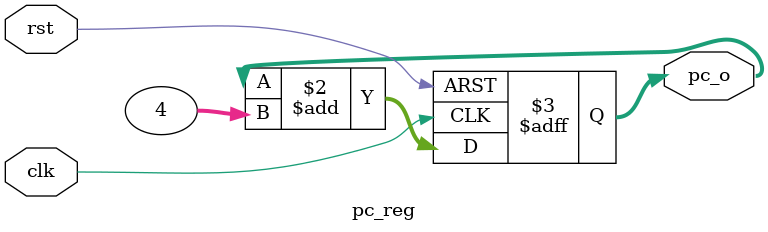
<source format=v>
module pc_reg (
	input wire clk,
	input wire rst,
	// to ifetch
	output reg[31:0] pc_o
);

	always @(posedge clk or posedge rst) begin
		if (rst) pc_o <= 32'h80000000;
		else pc_o <= pc_o + 4;
	end
endmodule

</source>
